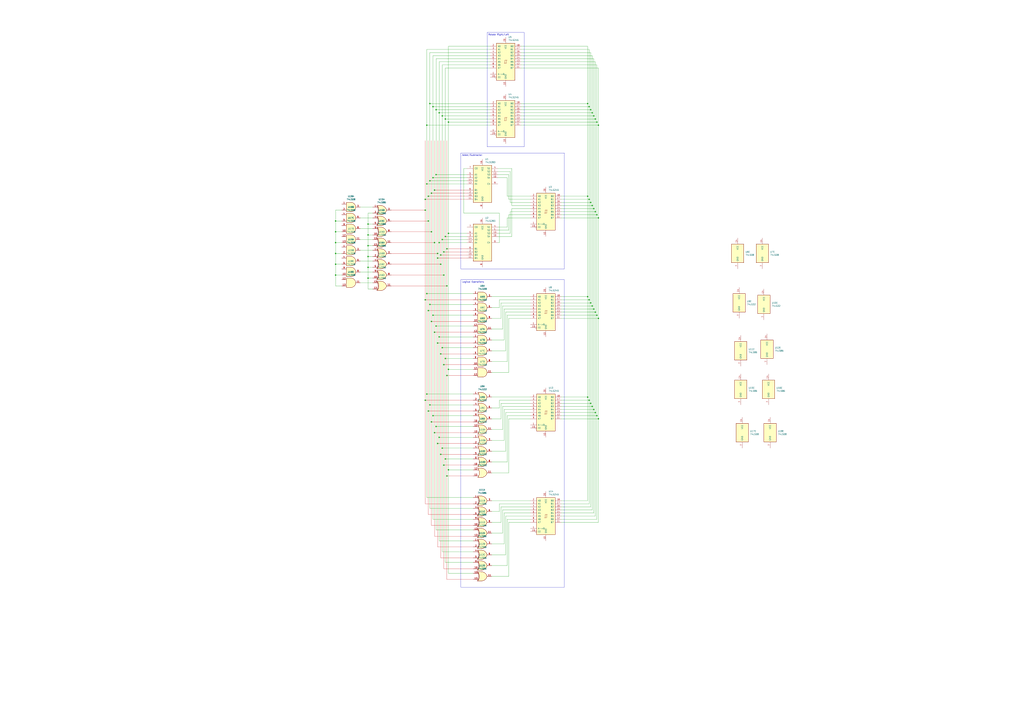
<source format=kicad_sch>
(kicad_sch (version 20231120) (generator "eeschema") (generator_version "8.0")
  (paper "A1")
  (junction (at 483.87 163.83))
  (junction (at 275.59 199.39))
  (junction (at 368.3 191.77))
  (junction (at 486.41 92.71))
  (junction (at 356.87 355.6))
  (junction (at 368.3 100.33))
  (junction (at 482.6 326.39))
  (junction (at 350.52 102.87))
  (junction (at 354.33 158.75))
  (junction (at 367.03 308.61))
  (junction (at 349.25 246.38))
  (junction (at 488.95 339.09))
  (junction (at 485.14 90.17))
  (junction (at 353.06 332.74))
  (junction (at 365.76 294.64))
  (junction (at 356.87 156.21))
  (junction (at 483.87 328.93))
  (junction (at 354.33 346.71))
  (junction (at 360.68 359.41))
  (junction (at 350.52 241.3))
  (junction (at 491.49 102.87))
  (junction (at 359.41 364.49))
  (junction (at 360.68 92.71))
  (junction (at 358.14 267.97))
  (junction (at 485.14 331.47))
  (junction (at 361.95 217.17))
  (junction (at 364.49 382.27))
  (junction (at 354.33 264.16))
  (junction (at 275.59 208.28))
  (junction (at 482.6 161.29))
  (junction (at 351.79 337.82))
  (junction (at 487.68 336.55))
  (junction (at 275.59 190.5))
  (junction (at 482.6 85.09))
  (junction (at 361.95 209.55))
  (junction (at 353.06 85.09))
  (junction (at 364.49 207.01))
  (junction (at 365.76 97.79))
  (junction (at 361.95 373.38))
  (junction (at 364.49 226.06))
  (junction (at 354.33 190.5))
  (junction (at 368.3 386.08))
  (junction (at 302.26 184.15))
  (junction (at 275.59 217.17))
  (junction (at 488.95 256.54))
  (junction (at 349.25 172.72))
  (junction (at 491.49 344.17))
  (junction (at 482.6 243.84))
  (junction (at 360.68 199.39))
  (junction (at 275.59 181.61))
  (junction (at 367.03 204.47))
  (junction (at 367.03 391.16))
  (junction (at 487.68 171.45))
  (junction (at 358.14 90.17))
  (junction (at 275.59 226.06))
  (junction (at 487.68 95.25))
  (junction (at 486.41 168.91))
  (junction (at 483.87 246.38))
  (junction (at 486.41 334.01))
  (junction (at 355.6 259.08))
  (junction (at 365.76 377.19))
  (junction (at 363.22 285.75))
  (junction (at 490.22 259.08))
  (junction (at 490.22 100.33))
  (junction (at 353.06 148.59))
  (junction (at 486.41 251.46))
  (junction (at 490.22 341.63))
  (junction (at 358.14 143.51))
  (junction (at 302.26 210.82))
  (junction (at 364.49 299.72))
  (junction (at 302.26 193.04))
  (junction (at 302.26 219.71))
  (junction (at 485.14 166.37))
  (junction (at 355.6 146.05))
  (junction (at 351.79 255.27))
  (junction (at 363.22 368.3))
  (junction (at 358.14 350.52))
  (junction (at 368.3 303.53))
  (junction (at 485.14 248.92))
  (junction (at 350.52 323.85))
  (junction (at 356.87 199.39))
  (junction (at 351.79 181.61))
  (junction (at 359.41 208.28))
  (junction (at 359.41 212.09))
  (junction (at 363.22 95.25))
  (junction (at 350.52 151.13))
  (junction (at 361.95 290.83))
  (junction (at 487.68 254))
  (junction (at 488.95 97.79))
  (junction (at 351.79 161.29))
  (junction (at 491.49 261.62))
  (junction (at 355.6 341.63))
  (junction (at 363.22 196.85))
  (junction (at 491.49 179.07))
  (junction (at 488.95 173.99))
  (junction (at 353.06 250.19))
  (junction (at 490.22 176.53))
  (junction (at 360.68 276.86))
  (junction (at 367.03 234.95))
  (junction (at 302.26 201.93))
  (junction (at 349.25 328.93))
  (junction (at 356.87 273.05))
  (junction (at 302.26 228.6))
  (junction (at 349.25 163.83))
  (junction (at 359.41 281.94))
  (junction (at 355.6 87.63))
  (junction (at 483.87 87.63))
  (junction (at 365.76 194.31))
  (wire (pts (xy 361.95 115.57) (xy 361.95 209.55)) (stroke (width 0) (color 194 0 0 1)))
  (wire (pts (xy 356.87 115.57) (xy 356.87 156.21)) (stroke (width 0) (color 194 0 0 1)))
  (wire (pts (xy 415.29 339.09) (xy 415.29 370.84)))
  (wire (pts (xy 408.94 194.31) (xy 420.37 194.31)))
  (wire (pts (xy 360.68 92.71) (xy 360.68 50.8)))
  (wire (pts (xy 383.54 194.31) (xy 365.76 194.31)))
  (wire (pts (xy 427.99 43.18) (xy 485.14 43.18)))
  (wire (pts (xy 321.31 199.39) (xy 356.87 199.39)) (stroke (width 0) (color 194 0 0 1)))
  (wire (pts (xy 365.76 377.19) (xy 365.76 462.28)))
  (wire (pts (xy 363.22 285.75) (xy 363.22 368.3)))
  (wire (pts (xy 295.91 232.41) (xy 306.07 232.41)))
  (wire (pts (xy 353.06 417.83) (xy 388.62 417.83)))
  (wire (pts (xy 388.62 308.61) (xy 367.03 308.61)) (stroke (width 0) (color 194 0 0 1)))
  (wire (pts (xy 355.6 87.63) (xy 402.59 87.63)))
  (wire (pts (xy 350.52 151.13) (xy 350.52 241.3)))
  (wire (pts (xy 427.99 85.09) (xy 482.6 85.09)))
  (wire (pts (xy 483.87 40.64) (xy 483.87 87.63)))
  (wire (pts (xy 461.01 176.53) (xy 490.22 176.53)))
  (wire (pts (xy 482.6 85.09) (xy 482.6 161.29)))
  (wire (pts (xy 435.61 261.62) (xy 417.83 261.62)))
  (wire (pts (xy 383.54 199.39) (xy 360.68 199.39)))
  (wire (pts (xy 490.22 259.08) (xy 461.01 259.08)))
  (wire (pts (xy 361.95 458.47) (xy 388.62 458.47)) (stroke (width 0) (color 194 0 0 1)))
  (wire (pts (xy 365.76 55.88) (xy 402.59 55.88)))
  (wire (pts (xy 383.54 196.85) (xy 363.22 196.85)))
  (wire (pts (xy 349.25 328.93) (xy 388.62 328.93)) (stroke (width 0) (color 194 0 0 1)))
  (wire (pts (xy 427.99 55.88) (xy 491.49 55.88)))
  (wire (pts (xy 302.26 219.71) (xy 302.26 228.6)))
  (wire (pts (xy 411.48 416.56) (xy 411.48 429.26)))
  (wire (pts (xy 363.22 95.25) (xy 363.22 196.85)))
  (wire (pts (xy 358.14 143.51) (xy 358.14 267.97)))
  (wire (pts (xy 403.86 326.39) (xy 435.61 326.39)))
  (wire (pts (xy 367.03 115.57) (xy 367.03 204.47)) (stroke (width 0) (color 194 0 0 1)))
  (wire (pts (xy 488.95 97.79) (xy 488.95 50.8)))
  (wire (pts (xy 349.25 172.72) (xy 349.25 246.38)) (stroke (width 0) (color 194 0 0 1)))
  (wire (pts (xy 280.67 208.28) (xy 275.59 208.28)))
  (wire (pts (xy 351.79 337.82) (xy 351.79 422.91)) (stroke (width 0) (color 194 0 0 1)))
  (wire (pts (xy 461.01 254) (xy 487.68 254)))
  (wire (pts (xy 461.01 168.91) (xy 486.41 168.91)))
  (wire (pts (xy 275.59 208.28) (xy 275.59 217.17)))
  (wire (pts (xy 417.83 344.17) (xy 417.83 388.62)))
  (wire (pts (xy 408.94 146.05) (xy 416.56 146.05)))
  (wire (pts (xy 383.54 204.47) (xy 367.03 204.47)) (stroke (width 0) (color 194 0 0 1)))
  (wire (pts (xy 388.62 303.53) (xy 368.3 303.53)))
  (wire (pts (xy 383.54 207.01) (xy 364.49 207.01)) (stroke (width 0) (color 194 0 0 1)))
  (wire (pts (xy 302.26 175.26) (xy 302.26 184.15)))
  (wire (pts (xy 415.29 288.29) (xy 403.86 288.29)))
  (wire (pts (xy 353.06 85.09) (xy 353.06 148.59)))
  (wire (pts (xy 416.56 186.69) (xy 416.56 179.07)))
  (wire (pts (xy 350.52 102.87) (xy 350.52 40.64)))
  (wire (pts (xy 485.14 331.47) (xy 485.14 416.56)))
  (wire (pts (xy 435.61 168.91) (xy 420.37 168.91)))
  (wire (pts (xy 403.86 297.18) (xy 416.56 297.18)))
  (wire (pts (xy 490.22 53.34) (xy 490.22 100.33)))
  (wire (pts (xy 416.56 464.82) (xy 416.56 426.72)))
  (wire (pts (xy 388.62 368.3) (xy 363.22 368.3)))
  (wire (pts (xy 351.79 422.91) (xy 388.62 422.91)) (stroke (width 0) (color 194 0 0 1)))
  (wire (pts (xy 483.87 40.64) (xy 427.99 40.64)))
  (wire (pts (xy 356.87 273.05) (xy 356.87 355.6)) (stroke (width 0) (color 194 0 0 1)))
  (wire (pts (xy 408.94 186.69) (xy 416.56 186.69)))
  (wire (pts (xy 408.94 189.23) (xy 417.83 189.23)))
  (wire (pts (xy 483.87 328.93) (xy 483.87 414.02)))
  (wire (pts (xy 490.22 426.72) (xy 461.01 426.72)))
  (wire (pts (xy 486.41 251.46) (xy 486.41 334.01)))
  (wire (pts (xy 363.22 95.25) (xy 402.59 95.25)))
  (wire (pts (xy 306.07 201.93) (xy 302.26 201.93)))
  (wire (pts (xy 435.61 429.26) (xy 417.83 429.26)))
  (wire (pts (xy 403.86 420.37) (xy 410.21 420.37)))
  (wire (pts (xy 403.86 335.28) (xy 410.21 335.28)))
  (wire (pts (xy 461.01 416.56) (xy 485.14 416.56)))
  (wire (pts (xy 321.31 190.5) (xy 354.33 190.5)) (stroke (width 0) (color 194 0 0 1)))
  (wire (pts (xy 302.26 193.04) (xy 302.26 201.93)))
  (wire (pts (xy 486.41 168.91) (xy 486.41 251.46)))
  (wire (pts (xy 402.59 48.26) (xy 358.14 48.26)))
  (wire (pts (xy 306.07 193.04) (xy 302.26 193.04)))
  (wire (pts (xy 388.62 471.17) (xy 368.3 471.17)))
  (wire (pts (xy 365.76 294.64) (xy 388.62 294.64)))
  (wire (pts (xy 351.79 161.29) (xy 351.79 181.61)) (stroke (width 0) (color 194 0 0 1)))
  (wire (pts (xy 306.07 237.49) (xy 302.26 237.49)))
  (wire (pts (xy 356.87 199.39) (xy 356.87 273.05)) (stroke (width 0) (color 194 0 0 1)))
  (wire (pts (xy 415.29 455.93) (xy 403.86 455.93)))
  (wire (pts (xy 461.01 421.64) (xy 487.68 421.64)))
  (wire (pts (xy 383.54 156.21) (xy 356.87 156.21)) (stroke (width 0) (color 194 0 0 1)))
  (wire (pts (xy 403.86 361.95) (xy 414.02 361.95)))
  (wire (pts (xy 488.95 339.09) (xy 488.95 424.18)))
  (wire (pts (xy 412.75 438.15) (xy 403.86 438.15)))
  (wire (pts (xy 491.49 344.17) (xy 491.49 429.26)))
  (wire (pts (xy 383.54 146.05) (xy 355.6 146.05)))
  (wire (pts (xy 355.6 87.63) (xy 355.6 45.72)))
  (wire (pts (xy 355.6 426.72) (xy 388.62 426.72)))
  (wire (pts (xy 461.01 261.62) (xy 491.49 261.62)))
  (wire (pts (xy 410.21 252.73) (xy 410.21 246.38)))
  (wire (pts (xy 461.01 344.17) (xy 491.49 344.17)))
  (wire (pts (xy 415.29 256.54) (xy 415.29 288.29)))
  (wire (pts (xy 416.56 161.29) (xy 435.61 161.29)))
  (wire (pts (xy 361.95 290.83) (xy 388.62 290.83)) (stroke (width 0) (color 194 0 0 1)))
  (wire (pts (xy 306.07 184.15) (xy 302.26 184.15)))
  (wire (pts (xy 491.49 102.87) (xy 491.49 179.07)))
  (wire (pts (xy 388.62 453.39) (xy 363.22 453.39)))
  (wire (pts (xy 417.83 429.26) (xy 417.83 473.71)))
  (wire (pts (xy 383.54 151.13) (xy 350.52 151.13)))
  (wire (pts (xy 349.25 414.02) (xy 388.62 414.02)) (stroke (width 0) (color 194 0 0 1)))
  (wire (pts (xy 351.79 181.61) (xy 351.79 255.27)) (stroke (width 0) (color 194 0 0 1)))
  (wire (pts (xy 321.31 172.72) (xy 349.25 172.72)) (stroke (width 0) (color 194 0 0 1)))
  (wire (pts (xy 408.94 143.51) (xy 417.83 143.51)))
  (wire (pts (xy 358.14 267.97) (xy 358.14 350.52)))
  (wire (pts (xy 461.01 424.18) (xy 488.95 424.18)))
  (wire (pts (xy 483.87 414.02) (xy 461.01 414.02)))
  (wire (pts (xy 361.95 217.17) (xy 361.95 290.83)) (stroke (width 0) (color 194 0 0 1)))
  (wire (pts (xy 487.68 48.26) (xy 487.68 95.25)))
  (wire (pts (xy 349.25 246.38) (xy 349.25 328.93)) (stroke (width 0) (color 194 0 0 1)))
  (wire (pts (xy 410.21 246.38) (xy 435.61 246.38)))
  (wire (pts (xy 487.68 171.45) (xy 487.68 254)))
  (wire (pts (xy 365.76 377.19) (xy 388.62 377.19)))
  (wire (pts (xy 295.91 223.52) (xy 306.07 223.52)))
  (wire (pts (xy 280.67 199.39) (xy 275.59 199.39)))
  (wire (pts (xy 491.49 55.88) (xy 491.49 102.87)))
  (wire (pts (xy 490.22 341.63) (xy 490.22 426.72)))
  (wire (pts (xy 355.6 146.05) (xy 355.6 259.08)))
  (wire (pts (xy 427.99 100.33) (xy 490.22 100.33)))
  (wire (pts (xy 483.87 328.93) (xy 461.01 328.93)))
  (wire (pts (xy 358.14 90.17) (xy 402.59 90.17)))
  (wire (pts (xy 461.01 161.29) (xy 482.6 161.29)))
  (wire (pts (xy 295.91 179.07) (xy 306.07 179.07)))
  (wire (pts (xy 353.06 148.59) (xy 353.06 250.19)))
  (wire (pts (xy 361.95 373.38) (xy 361.95 458.47)) (stroke (width 0) (color 194 0 0 1)))
  (wire (pts (xy 461.01 411.48) (xy 482.6 411.48)))
  (wire (pts (xy 414.02 336.55) (xy 435.61 336.55)))
  (wire (pts (xy 461.01 166.37) (xy 485.14 166.37)))
  (wire (pts (xy 360.68 276.86) (xy 360.68 359.41)))
  (wire (pts (xy 417.83 176.53) (xy 435.61 176.53)))
  (wire (pts (xy 360.68 276.86) (xy 388.62 276.86)))
  (wire (pts (xy 353.06 250.19) (xy 388.62 250.19)))
  (wire (pts (xy 359.41 115.57) (xy 359.41 208.28)) (stroke (width 0) (color 194 0 0 1)))
  (wire (pts (xy 363.22 368.3) (xy 363.22 453.39)))
  (wire (pts (xy 354.33 190.5) (xy 354.33 264.16)) (stroke (width 0) (color 194 0 0 1)))
  (wire (pts (xy 402.59 97.79) (xy 365.76 97.79)))
  (wire (pts (xy 488.95 50.8) (xy 427.99 50.8)))
  (wire (pts (xy 353.06 43.18) (xy 353.06 85.09)))
  (wire (pts (xy 355.6 341.63) (xy 355.6 426.72)))
  (wire (pts (xy 295.91 170.18) (xy 306.07 170.18)))
  (wire (pts (xy 367.03 308.61) (xy 367.03 234.95)) (stroke (width 0) (color 194 0 0 1)))
  (wire (pts (xy 383.54 163.83) (xy 349.25 163.83)) (stroke (width 0) (color 194 0 0 1)))
  (wire (pts (xy 417.83 143.51) (xy 417.83 163.83)))
  (wire (pts (xy 483.87 87.63) (xy 483.87 163.83)))
  (wire (pts (xy 435.61 424.18) (xy 415.29 424.18)))
  (wire (pts (xy 383.54 161.29) (xy 351.79 161.29)) (stroke (width 0) (color 194 0 0 1)))
  (wire (pts (xy 403.86 464.82) (xy 416.56 464.82)))
  (wire (pts (xy 350.52 241.3) (xy 388.62 241.3)))
  (wire (pts (xy 358.14 267.97) (xy 388.62 267.97)))
  (wire (pts (xy 487.68 95.25) (xy 487.68 171.45)))
  (wire (pts (xy 461.01 163.83) (xy 483.87 163.83)))
  (wire (pts (xy 381 175.26) (xy 410.21 175.26)))
  (wire (pts (xy 367.03 476.25) (xy 388.62 476.25)) (stroke (width 0) (color 194 0 0 1)))
  (wire (pts (xy 360.68 359.41) (xy 360.68 444.5)))
  (wire (pts (xy 486.41 334.01) (xy 486.41 419.1)))
  (wire (pts (xy 321.31 181.61) (xy 351.79 181.61)) (stroke (width 0) (color 194 0 0 1)))
  (wire (pts (xy 302.26 201.93) (xy 302.26 210.82)))
  (wire (pts (xy 485.14 90.17) (xy 485.14 166.37)))
  (wire (pts (xy 408.94 140.97) (xy 419.1 140.97)))
  (wire (pts (xy 403.86 447.04) (xy 414.02 447.04)))
  (wire (pts (xy 420.37 138.43) (xy 408.94 138.43)))
  (wire (pts (xy 403.86 243.84) (xy 435.61 243.84)))
  (wire (pts (xy 412.75 353.06) (xy 403.86 353.06)))
  (wire (pts (xy 486.41 419.1) (xy 461.01 419.1)))
  (wire (pts (xy 414.02 447.04) (xy 414.02 421.64)))
  (wire (pts (xy 360.68 359.41) (xy 388.62 359.41)))
  (wire (pts (xy 485.14 166.37) (xy 485.14 248.92)))
  (wire (pts (xy 416.56 179.07) (xy 435.61 179.07)))
  (wire (pts (xy 435.61 416.56) (xy 411.48 416.56)))
  (wire (pts (xy 350.52 102.87) (xy 350.52 151.13)))
  (wire (pts (xy 306.07 175.26) (xy 302.26 175.26)))
  (wire (pts (xy 435.61 334.01) (xy 412.75 334.01)))
  (wire (pts (xy 280.67 190.5) (xy 275.59 190.5)))
  (wire (pts (xy 410.21 175.26) (xy 410.21 199.39)))
  (wire (pts (xy 482.6 326.39) (xy 482.6 411.48)))
  (wire (pts (xy 365.76 462.28) (xy 388.62 462.28)))
  (wire (pts (xy 419.1 173.99) (xy 419.1 191.77)))
  (wire (pts (xy 364.49 382.27) (xy 364.49 467.36)) (stroke (width 0) (color 194 0 0 1)))
  (wire (pts (xy 461.01 326.39) (xy 482.6 326.39)))
  (wire (pts (xy 427.99 102.87) (xy 491.49 102.87)))
  (wire (pts (xy 356.87 440.69) (xy 388.62 440.69)) (stroke (width 0) (color 194 0 0 1)))
  (wire (pts (xy 419.1 191.77) (xy 408.94 191.77)))
  (wire (pts (xy 367.03 234.95) (xy 367.03 204.47)) (stroke (width 0) (color 194 0 0 1)))
  (wire (pts (xy 275.59 172.72) (xy 275.59 181.61)))
  (wire (pts (xy 363.22 285.75) (xy 363.22 196.85)))
  (wire (pts (xy 353.06 332.74) (xy 388.62 332.74)))
  (wire (pts (xy 414.02 421.64) (xy 435.61 421.64)))
  (wire (pts (xy 485.14 248.92) (xy 485.14 331.47)))
  (wire (pts (xy 483.87 163.83) (xy 483.87 246.38)))
  (wire (pts (xy 461.01 171.45) (xy 487.68 171.45)))
  (wire (pts (xy 356.87 355.6) (xy 388.62 355.6)) (stroke (width 0) (color 194 0 0 1)))
  (wire (pts (xy 321.31 234.95) (xy 367.03 234.95)) (stroke (width 0) (color 194 0 0 1)))
  (wire (pts (xy 435.61 419.1) (xy 412.75 419.1)))
  (wire (pts (xy 419.1 140.97) (xy 419.1 166.37)))
  (wire (pts (xy 280.67 217.17) (xy 275.59 217.17)))
  (wire (pts (xy 365.76 194.31) (xy 365.76 294.64)))
  (wire (pts (xy 354.33 431.8) (xy 388.62 431.8)) (stroke (width 0) (color 194 0 0 1)))
  (wire (pts (xy 461.01 429.26) (xy 491.49 429.26)))
  (wire (pts (xy 351.79 337.82) (xy 388.62 337.82)) (stroke (width 0) (color 194 0 0 1)))
  (wire (pts (xy 368.3 100.33) (xy 368.3 38.1)))
  (wire (pts (xy 351.79 255.27) (xy 388.62 255.27)) (stroke (width 0) (color 194 0 0 1)))
  (wire (pts (xy 427.99 53.34) (xy 490.22 53.34)))
  (wire (pts (xy 412.75 251.46) (xy 412.75 270.51)))
  (wire (pts (xy 359.41 281.94) (xy 359.41 364.49)) (stroke (width 0) (color 194 0 0 1)))
  (wire (pts (xy 360.68 444.5) (xy 388.62 444.5)))
  (wire (pts (xy 356.87 273.05) (xy 388.62 273.05)) (stroke (width 0) (color 194 0 0 1)))
  (wire (pts (xy 427.99 48.26) (xy 487.68 48.26)))
  (wire (pts (xy 365.76 97.79) (xy 365.76 194.31)))
  (wire (pts (xy 420.37 168.91) (xy 420.37 138.43)))
  (wire (pts (xy 414.02 361.95) (xy 414.02 336.55)))
  (wire (pts (xy 354.33 264.16) (xy 354.33 346.71)) (stroke (width 0) (color 194 0 0 1)))
  (wire (pts (xy 491.49 261.62) (xy 491.49 344.17)))
  (wire (pts (xy 403.86 252.73) (xy 410.21 252.73)))
  (wire (pts (xy 275.59 226.06) (xy 280.67 226.06)))
  (wire (pts (xy 486.41 334.01) (xy 461.01 334.01)))
  (wire (pts (xy 321.31 208.28) (xy 359.41 208.28)) (stroke (width 0) (color 194 0 0 1)))
  (wire (pts (xy 383.54 212.09) (xy 359.41 212.09)) (stroke (width 0) (color 194 0 0 1)))
  (wire (pts (xy 490.22 100.33) (xy 490.22 176.53)))
  (wire (pts (xy 350.52 408.94) (xy 388.62 408.94)))
  (wire (pts (xy 354.33 158.75) (xy 354.33 190.5)) (stroke (width 0) (color 194 0 0 1)))
  (wire (pts (xy 359.41 281.94) (xy 388.62 281.94)) (stroke (width 0) (color 194 0 0 1)))
  (wire (pts (xy 358.14 350.52) (xy 358.14 435.61)))
  (wire (pts (xy 368.3 100.33) (xy 368.3 191.77)))
  (wire (pts (xy 417.83 388.62) (xy 403.86 388.62)))
  (wire (pts (xy 354.33 264.16) (xy 388.62 264.16)) (stroke (width 0) (color 194 0 0 1)))
  (wire (pts (xy 354.33 115.57) (xy 354.33 158.75)) (stroke (width 0) (color 194 0 0 1)))
  (wire (pts (xy 461.01 179.07) (xy 491.49 179.07)))
  (wire (pts (xy 359.41 364.49) (xy 359.41 449.58)) (stroke (width 0) (color 194 0 0 1)))
  (wire (pts (xy 360.68 199.39) (xy 360.68 276.86)))
  (wire (pts (xy 486.41 45.72) (xy 486.41 92.71)))
  (wire (pts (xy 420.37 171.45) (xy 435.61 171.45)))
  (wire (pts (xy 359.41 364.49) (xy 388.62 364.49)) (stroke (width 0) (color 194 0 0 1)))
  (wire (pts (xy 363.22 53.34) (xy 363.22 95.25)))
  (wire (pts (xy 388.62 285.75) (xy 363.22 285.75)))
  (wire (pts (xy 483.87 246.38) (xy 461.01 246.38)))
  (wire (pts (xy 358.14 143.51) (xy 383.54 143.51)))
  (wire (pts (xy 358.14 90.17) (xy 358.14 143.51)))
  (wire (pts (xy 359.41 212.09) (xy 359.41 281.94)) (stroke (width 0) (color 194 0 0 1)))
  (wire (pts (xy 383.54 148.59) (xy 353.06 148.59)))
  (wire (pts (xy 295.91 205.74) (xy 306.07 205.74)))
  (wire (pts (xy 358.14 48.26) (xy 358.14 90.17)))
  (wire (pts (xy 302.26 210.82) (xy 302.26 219.71)))
  (wire (pts (xy 488.95 173.99) (xy 488.95 256.54)))
  (wire (pts (xy 416.56 297.18) (xy 416.56 259.08)))
  (wire (pts (xy 349.25 163.83) (xy 349.25 172.72)) (stroke (width 0) (color 194 0 0 1)))
  (wire (pts (xy 295.91 214.63) (xy 306.07 214.63)))
  (wire (pts (xy 410.21 420.37) (xy 410.21 414.02)))
  (wire (pts (xy 275.59 217.17) (xy 275.59 226.06)))
  (wire (pts (xy 275.59 181.61) (xy 275.59 190.5)))
  (wire (pts (xy 349.25 328.93) (xy 349.25 414.02)) (stroke (width 0) (color 194 0 0 1)))
  (wire (pts (xy 360.68 50.8) (xy 402.59 50.8)))
  (wire (pts (xy 403.86 379.73) (xy 416.56 379.73)))
  (wire (pts (xy 383.54 191.77) (xy 368.3 191.77)))
  (wire (pts (xy 485.14 43.18) (xy 485.14 90.17)))
  (wire (pts (xy 410.21 414.02) (xy 435.61 414.02)))
  (wire (pts (xy 358.14 435.61) (xy 388.62 435.61)))
  (wire (pts (xy 306.07 228.6) (xy 302.26 228.6)))
  (wire (pts (xy 368.3 100.33) (xy 402.59 100.33)))
  (wire (pts (xy 402.59 43.18) (xy 353.06 43.18)))
  (wire (pts (xy 414.02 279.4) (xy 414.02 254)))
  (wire (pts (xy 416.56 426.72) (xy 435.61 426.72)))
  (wire (pts (xy 410.21 328.93) (xy 435.61 328.93)))
  (wire (pts (xy 359.41 449.58) (xy 388.62 449.58)) (stroke (width 0) (color 194 0 0 1)))
  (wire (pts (xy 275.59 226.06) (xy 275.59 234.95)))
  (wire (pts (xy 350.52 102.87) (xy 402.59 102.87)))
  (wire (pts (xy 350.52 241.3) (xy 350.52 323.85)))
  (wire (pts (xy 461.01 339.09) (xy 488.95 339.09)))
  (wire (pts (xy 365.76 294.64) (xy 365.76 377.19)))
  (wire (pts (xy 368.3 303.53) (xy 368.3 191.77)))
  (wire (pts (xy 487.68 336.55) (xy 487.68 421.64)))
  (wire (pts (xy 280.67 172.72) (xy 275.59 172.72)))
  (wire (pts (xy 361.95 290.83) (xy 361.95 373.38)) (stroke (width 0) (color 194 0 0 1)))
  (wire (pts (xy 354.33 346.71) (xy 388.62 346.71)) (stroke (width 0) (color 194 0 0 1)))
  (wire (pts (xy 482.6 161.29) (xy 482.6 243.84)))
  (wire (pts (xy 351.79 115.57) (xy 351.79 161.29)) (stroke (width 0) (color 194 0 0 1)))
  (wire (pts (xy 435.61 331.47) (xy 411.48 331.47)))
  (wire (pts (xy 486.41 92.71) (xy 486.41 168.91)))
  (wire (pts (xy 411.48 261.62) (xy 403.86 261.62)))
  (wire (pts (xy 306.07 210.82) (xy 302.26 210.82)))
  (wire (pts (xy 490.22 341.63) (xy 461.01 341.63)))
  (wire (pts (xy 412.75 419.1) (xy 412.75 438.15)))
  (wire (pts (xy 295.91 196.85) (xy 306.07 196.85)))
  (wire (pts (xy 358.14 350.52) (xy 388.62 350.52)))
  (wire (pts (xy 349.25 246.38) (xy 388.62 246.38)) (stroke (width 0) (color 194 0 0 1)))
  (wire (pts (xy 364.49 299.72) (xy 364.49 382.27)) (stroke (width 0) (color 194 0 0 1)))
  (wire (pts (xy 364.49 226.06) (xy 364.49 299.72)) (stroke (width 0) (color 194 0 0 1)))
  (wire (pts (xy 482.6 85.09) (xy 482.6 38.1)))
  (wire (pts (xy 416.56 341.63) (xy 435.61 341.63)))
  (wire (pts (xy 364.49 299.72) (xy 388.62 299.72)) (stroke (width 0) (color 194 0 0 1)))
  (wire (pts (xy 364.49 207.01) (xy 364.49 226.06)) (stroke (width 0) (color 194 0 0 1)))
  (wire (pts (xy 368.3 38.1) (xy 402.59 38.1)))
  (wire (pts (xy 461.01 243.84) (xy 482.6 243.84)))
  (wire (pts (xy 364.49 382.27) (xy 388.62 382.27)) (stroke (width 0) (color 194 0 0 1)))
  (wire (pts (xy 355.6 259.08) (xy 355.6 341.63)))
  (wire (pts (xy 490.22 259.08) (xy 490.22 341.63)))
  (wire (pts (xy 412.75 270.51) (xy 403.86 270.51)))
  (wire (pts (xy 410.21 199.39) (xy 408.94 199.39)))
  (wire (pts (xy 275.59 199.39) (xy 275.59 208.28)))
  (wire (pts (xy 354.33 431.8) (xy 354.33 346.71)) (stroke (width 0) (color 194 0 0 1)))
  (wire (pts (xy 364.49 467.36) (xy 388.62 467.36)) (stroke (width 0) (color 194 0 0 1)))
  (wire (pts (xy 417.83 189.23) (xy 417.83 176.53)))
  (wire (pts (xy 364.49 115.57) (xy 364.49 207.01)) (stroke (width 0) (color 194 0 0 1)))
  (wire (pts (xy 368.3 303.53) (xy 368.3 386.08)))
  (wire (pts (xy 383.54 209.55) (xy 361.95 209.55)) (stroke (width 0) (color 194 0 0 1)))
  (wire (pts (xy 482.6 243.84) (xy 482.6 326.39)))
  (wire (pts (xy 435.61 256.54) (xy 415.29 256.54)))
  (wire (pts (xy 355.6 45.72) (xy 402.59 45.72)))
  (wire (pts (xy 416.56 379.73) (xy 416.56 341.63)))
  (wire (pts (xy 356.87 156.21) (xy 356.87 199.39)) (stroke (width 0) (color 194 0 0 1)))
  (wire (pts (xy 353.06 250.19) (xy 353.06 332.74)))
  (wire (pts (xy 415.29 370.84) (xy 403.86 370.84)))
  (wire (pts (xy 355.6 259.08) (xy 388.62 259.08)))
  (wire (pts (xy 359.41 208.28) (xy 359.41 212.09)) (stroke (width 0) (color 194 0 0 1)))
  (wire (pts (xy 412.75 334.01) (xy 412.75 353.06)))
  (wire (pts (xy 411.48 248.92) (xy 411.48 261.62)))
  (wire (pts (xy 367.03 391.16) (xy 367.03 476.25)) (stroke (width 0) (color 194 0 0 1)))
  (wire (pts (xy 349.25 115.57) (xy 349.25 163.83)) (stroke (width 0) (color 194 0 0 1)))
  (wire (pts (xy 388.62 386.08) (xy 368.3 386.08)))
  (wire (pts (xy 419.1 166.37) (xy 435.61 166.37)))
  (wire (pts (xy 417.83 473.71) (xy 403.86 473.71)))
  (wire (pts (xy 427.99 97.79) (xy 488.95 97.79)))
  (wire (pts (xy 411.48 344.17) (xy 403.86 344.17)))
  (wire (pts (xy 403.86 411.48) (xy 435.61 411.48)))
  (wire (pts (xy 411.48 429.26) (xy 403.86 429.26)))
  (wire (pts (xy 417.83 306.07) (xy 403.86 306.07)))
  (wire (pts (xy 351.79 255.27) (xy 351.79 337.82)) (stroke (width 0) (color 194 0 0 1)))
  (wire (pts (xy 420.37 194.31) (xy 420.37 171.45)))
  (wire (pts (xy 403.86 279.4) (xy 414.02 279.4)))
  (wire (pts (xy 488.95 256.54) (xy 488.95 339.09)))
  (wire (pts (xy 417.83 163.83) (xy 435.61 163.83)))
  (wire (pts (xy 367.03 391.16) (xy 388.62 391.16)) (stroke (width 0) (color 194 0 0 1)))
  (wire (pts (xy 381 175.26) (xy 381 138.43)))
  (wire (pts (xy 410.21 335.28) (xy 410.21 328.93)))
  (wire (pts (xy 356.87 355.6) (xy 356.87 440.69)) (stroke (width 0) (color 194 0 0 1)))
  (wire (pts (xy 427.99 95.25) (xy 487.68 95.25)))
  (wire (pts (xy 417.83 261.62) (xy 417.83 306.07)))
  (wire (pts (xy 381 138.43) (xy 383.54 138.43)))
  (wire (pts (xy 427.99 92.71) (xy 486.41 92.71)))
  (wire (pts (xy 350.52 323.85) (xy 388.62 323.85)))
  (wire (pts (xy 487.68 254) (xy 487.68 336.55)))
  (wire (pts (xy 461.01 256.54) (xy 488.95 256.54)))
  (wire (pts (xy 275.59 234.95) (xy 280.67 234.95)))
  (wire (pts (xy 350.52 40.64) (xy 402.59 40.64)))
  (wire (pts (xy 295.91 187.96) (xy 306.07 187.96)))
  (wire (pts (xy 435.61 339.09) (xy 415.29 339.09)))
  (wire (pts (xy 491.49 179.07) (xy 491.49 261.62)))
  (wire (pts (xy 435.61 248.92) (xy 411.48 248.92)))
  (wire (pts (xy 302.26 184.15) (xy 302.26 193.04)))
  (wire (pts (xy 355.6 87.63) (xy 355.6 146.05)))
  (wire (pts (xy 416.56 161.29) (xy 416.56 146.05)))
  (wire (pts (xy 427.99 90.17) (xy 485.14 90.17)))
  (wire (pts (xy 402.59 85.09) (xy 353.06 85.09)))
  (wire (pts (xy 435.61 173.99) (xy 419.1 173.99)))
  (wire (pts (xy 368.3 386.08) (xy 368.3 471.17)))
  (wire (pts (xy 415.29 424.18) (xy 415.29 455.93)))
  (wire (pts (xy 427.99 87.63) (xy 483.87 87.63)))
  (wire (pts (xy 350.52 323.85) (xy 350.52 408.94)))
  (wire (pts (xy 461.01 331.47) (xy 485.14 331.47)))
  (wire (pts (xy 488.95 97.79) (xy 488.95 173.99)))
  (wire (pts (xy 427.99 45.72) (xy 486.41 45.72)))
  (wire (pts (xy 321.31 226.06) (xy 364.49 226.06)) (stroke (width 0) (color 194 0 0 1)))
  (wire (pts (xy 355.6 341.63) (xy 388.62 341.63)))
  (wire (pts (xy 360.68 92.71) (xy 360.68 199.39)))
  (wire (pts (xy 306.07 219.71) (xy 302.26 219.71)))
  (wire (pts (xy 302.26 228.6) (xy 302.26 237.49)))
  (wire (pts (xy 275.59 190.5) (xy 275.59 199.39)))
  (wire (pts (xy 486.41 251.46) (xy 461.01 251.46)))
  (wire (pts (xy 482.6 38.1) (xy 427.99 38.1)))
  (wire (pts (xy 416.56 259.08) (xy 435.61 259.08)))
  (wire (pts (xy 435.61 344.17) (xy 417.83 344.17)))
  (wire (pts (xy 461.01 336.55) (xy 487.68 336.55)))
  (wire (pts (xy 361.95 373.38) (xy 388.62 373.38)) (stroke (width 0) (color 194 0 0 1)))
  (wire (pts (xy 383.54 158.75) (xy 354.33 158.75)) (stroke (width 0) (color 194 0 0 1)))
  (wire (pts (xy 361.95 209.55) (xy 361.95 217.17)) (stroke (width 0) (color 194 0 0 1)))
  (wire (pts (xy 402.59 53.34) (xy 363.22 53.34)))
  (wire (pts (xy 321.31 217.17) (xy 361.95 217.17)) (stroke (width 0) (color 194 0 0 1)))
  (wire (pts (xy 367.03 391.16) (xy 367.03 308.61)) (stroke (width 0) (color 194 0 0 1)))
  (wire (pts (xy 365.76 97.79) (xy 365.76 55.88)))
  (wire (pts (xy 353.06 332.74) (xy 353.06 417.83)))
  (wire (pts (xy 411.48 331.47) (xy 411.48 344.17)))
  (wire (pts (xy 461.01 173.99) (xy 488.95 173.99)))
  (wire (pts (xy 483.87 246.38) (xy 483.87 328.93)))
  (wire (pts (xy 360.68 92.71) (xy 402.59 92.71)))
  (wire (pts (xy 461.01 248.92) (xy 485.14 248.92)))
  (wire (pts (xy 490.22 176.53) (xy 490.22 259.08)))
  (wire (pts (xy 414.02 254) (xy 435.61 254)))
  (wire (pts (xy 435.61 251.46) (xy 412.75 251.46)))
  (wire (pts (xy 280.67 181.61) (xy 275.59 181.61)))
  (text_box "Adder/Subtractor" (at 378.46 125.73 0) (size 85.09 95.25) (effects (font (size 1.27 1.27)) (justify left top)))
  (text_box "Logical Operations\n" (at 378.46 229.87 0) (size 85.09 252.73) (effects (font (size 1.27 1.27)) (justify left top)))
  (text_box "Rotate Right/Left" (at 400.05 26.67 0) (size 30.48 93.98) (effects (font (size 1.27 1.27)) (justify left top)))
  (symbol (lib_id "74xx:74LS08") (at 396.24 279.4 0) (unit 1)
    (property "Reference" "U7" (at 396.2317 270.51 0))
    (property "Value" "74LS08" (at 396.2317 273.05 0))
    (property "Datasheet" "http://www.ti.com/lit/gpn/sn74LS08" (effects (hide yes)))
    (property "Description" "Quad And2" (effects (hide yes)))
  )
  (symbol (lib_id "74xx:74LS86") (at 313.69 181.61 0) (unit 2)
    (property "Reference" "U15" (at 313.3852 172.72 0))
    (property "Value" "74LS86" (at 313.3852 175.26 0))
    (property "Footprint" "Package_DIP:DIP-14_W7.62mm_Socket_LongPads" (effects (hide yes)))
    (property "Datasheet" "74xx/74ls86.pdf" (effects (hide yes)))
    (property "Description" "Quad 2-input XOR" (effects (hide yes)))
  )
  (symbol (lib_id "74xx:74LS86") (at 396.24 438.15 0) (unit 4)
    (property "Reference" "U11" (at 395.9352 429.26 0))
    (property "Value" "74LS86" (at 395.9352 431.8 0))
    (property "Footprint" "Package_DIP:DIP-14_W7.62mm_Socket_LongPads" (effects (hide yes)))
    (property "Datasheet" "74xx/74ls86.pdf" (effects (hide yes)))
    (property "Description" "Quad 2-input XOR" (effects (hide yes)))
  )
  (symbol (lib_id "74xx:74LS86") (at 313.69 199.39 0) (unit 4)
    (property "Reference" "U15" (at 313.3852 190.5 0))
    (property "Value" "74LS86" (at 313.3852 193.04 0))
    (property "Footprint" "Package_DIP:DIP-14_W7.62mm_Socket_LongPads" (effects (hide yes)))
    (property "Datasheet" "74xx/74ls86.pdf" (effects (hide yes)))
    (property "Description" "Quad 2-input XOR" (effects (hide yes)))
  )
  (symbol (lib_id "74xx:74LS245") (at 448.31 339.09 0) (unit 1)
    (property "Reference" "U13" (at 450.5041 318.77 0) (effects (justify left)))
    (property "Value" "74LS245" (at 450.5041 321.31 0) (effects (justify left)))
    (property "Footprint" "Package_DIP:DIP-20_W7.62mm_Socket_LongPads" (effects (hide yes)))
    (property "Datasheet" "http://www.ti.com/lit/gpn/sn74LS245" (effects (hide yes)))
    (property "Description" "Octal BUS Transceivers, 3-State outputs" (effects (hide yes)))
  )
  (symbol (lib_id "74xx:74LS08") (at 626.11 208.28 0) (unit 5)
    (property "Reference" "U7" (at 632.46 207.0099 0) (effects (justify left)))
    (property "Value" "74LS08" (at 632.46 209.5499 0) (effects (justify left)))
    (property "Datasheet" "http://www.ti.com/lit/gpn/sn74LS08" (effects (hide yes)))
    (property "Description" "Quad And2" (effects (hide yes)))
  )
  (symbol (lib_id "74xx:74LS32") (at 396.24 344.17 0) (unit 3)
    (property "Reference" "U9" (at 396.24 335.28 0))
    (property "Value" "74LS32" (at 396.24 337.82 0))
    (property "Footprint" "Package_DIP:DIP-14_W7.62mm_Socket_LongPads" (effects (hide yes)))
    (property "Datasheet" "http://www.ti.com/lit/gpn/sn74LS32" (effects (hide yes)))
    (property "Description" "Quad 2-input OR" (effects (hide yes)))
  )
  (symbol (lib_id "74xx:74LS86") (at 313.69 217.17 0) (unit 2)
    (property "Reference" "U16" (at 313.3852 208.28 0))
    (property "Value" "74LS86" (at 313.3852 210.82 0))
    (property "Datasheet" "74xx/74ls86.pdf" (effects (hide yes)))
    (property "Description" "Quad 2-input XOR" (effects (hide yes)))
  )
  (symbol (lib_id "74xx:74LS08") (at 605.79 208.28 0) (unit 5)
    (property "Reference" "U6" (at 612.14 207.0099 0) (effects (justify left)))
    (property "Value" "74LS08" (at 612.14 209.5499 0) (effects (justify left)))
    (property "Footprint" "Package_DIP:DIP-14_W7.62mm_Socket_LongPads" (effects (hide yes)))
    (property "Datasheet" "http://www.ti.com/lit/gpn/sn74LS08" (effects (hide yes)))
    (property "Description" "Quad And2" (effects (hide yes)))
  )
  (symbol (lib_id "74xx:74LS08") (at 609.6 355.6 0) (unit 5)
    (property "Reference" "U17" (at 615.95 354.3299 0) (effects (justify left)))
    (property "Value" "74LS08" (at 615.95 356.8699 0) (effects (justify left)))
    (property "Datasheet" "http://www.ti.com/lit/gpn/sn74LS08" (effects (hide yes)))
    (property "Description" "Quad And2" (effects (hide yes)))
  )
  (symbol (lib_id "74xx:74LS283") (at 396.24 151.13 0) (unit 1)
    (property "Reference" "U1" (at 398.4341 130.81 0) (effects (justify left)))
    (property "Value" "74LS283" (at 398.4341 133.35 0) (effects (justify left)))
    (property "Footprint" "Package_DIP:DIP-16_W7.62mm_Socket_LongPads" (effects (hide yes)))
    (property "Datasheet" "http://www.ti.com/lit/gpn/sn74LS283" (effects (hide yes)))
    (property "Description" "4-bit full Adder" (effects (hide yes)))
  )
  (symbol (lib_id "74xx:74LS08") (at 288.29 223.52 0) (unit 3)
    (property "Reference" "U18" (at 288.2817 214.63 0))
    (property "Value" "74LS08" (at 288.2817 217.17 0))
    (property "Footprint" "Package_DIP:DIP-14_W7.62mm_Socket_LongPads" (effects (hide yes)))
    (property "Datasheet" "http://www.ti.com/lit/gpn/sn74LS08" (effects (hide yes)))
    (property "Description" "Quad And2" (effects (hide yes)))
  )
  (symbol (lib_id "74xx:74LS08") (at 396.24 288.29 0) (unit 2)
    (property "Reference" "U7" (at 396.2317 279.4 0))
    (property "Value" "74LS08" (at 396.2317 281.94 0))
    (property "Datasheet" "http://www.ti.com/lit/gpn/sn74LS08" (effects (hide yes)))
    (property "Description" "Quad And2" (effects (hide yes)))
  )
  (symbol (lib_id "74xx:74LS245") (at 448.31 173.99 0) (unit 1)
    (property "Reference" "U3" (at 450.5041 153.67 0) (effects (justify left)))
    (property "Value" "74LS245" (at 450.5041 156.21 0) (effects (justify left)))
    (property "Footprint" "Package_DIP:DIP-20_W7.62mm_Socket_LongPads" (effects (hide yes)))
    (property "Datasheet" "http://www.ti.com/lit/gpn/sn74LS245" (effects (hide yes)))
    (property "Description" "Octal BUS Transceivers, 3-State outputs" (effects (hide yes)))
  )
  (symbol (lib_id "74xx:74LS245") (at 415.29 50.8 0) (unit 1)
    (property "Reference" "U5" (at 417.4841 30.48 0) (effects (justify left)))
    (property "Value" "74LS245" (at 417.4841 33.02 0) (effects (justify left)))
    (property "Footprint" "Package_DIP:DIP-20_W7.62mm_Socket_LongPads" (effects (hide yes)))
    (property "Datasheet" "http://www.ti.com/lit/gpn/sn74LS245" (effects (hide yes)))
    (property "Description" "Octal BUS Transceivers, 3-State outputs" (effects (hide yes)))
  )
  (symbol (lib_id "74xx:74LS86") (at 631.19 320.04 0) (unit 5)
    (property "Reference" "U16" (at 637.54 318.7699 0) (effects (justify left)))
    (property "Value" "74LS86" (at 637.54 321.3099 0) (effects (justify left)))
    (property "Datasheet" "74xx/74ls86.pdf" (effects (hide yes)))
    (property "Description" "Quad 2-input XOR" (effects (hide yes)))
  )
  (symbol (lib_id "74xx:74LS86") (at 396.24 473.71 0) (unit 4)
    (property "Reference" "U12" (at 395.9352 464.82 0))
    (property "Value" "74LS86" (at 395.9352 467.36 0))
    (property "Datasheet" "74xx/74ls86.pdf" (effects (hide yes)))
    (property "Description" "Quad 2-input XOR" (effects (hide yes)))
  )
  (symbol (lib_id "74xx:74LS08") (at 288.29 179.07 0) (unit 2)
    (property "Reference" "U18" (at 288.2817 170.18 0))
    (property "Value" "74LS08" (at 288.2817 172.72 0))
    (property "Datasheet" "http://www.ti.com/lit/gpn/sn74LS08" (effects (hide yes)))
    (property "Description" "Quad And2" (effects (hide yes)))
  )
  (symbol (lib_id "74xx:74LS08") (at 288.29 196.85 0) (unit 4)
    (property "Reference" "U17" (at 288.2817 187.96 0))
    (property "Value" "74LS08" (at 288.2817 190.5 0))
    (property "Datasheet" "http://www.ti.com/lit/gpn/sn74LS08" (effects (hide yes)))
    (property "Description" "Quad And2" (effects (hide yes)))
  )
  (symbol (lib_id "74xx:74LS86") (at 396.24 429.26 0) (unit 3)
    (property "Reference" "U11" (at 395.9352 420.37 0))
    (property "Value" "74LS86" (at 395.9352 422.91 0))
    (property "Footprint" "Package_DIP:DIP-14_W7.62mm_Socket_LongPads" (effects (hide yes)))
    (property "Datasheet" "74xx/74ls86.pdf" (effects (hide yes)))
    (property "Description" "Quad 2-input XOR" (effects (hide yes)))
  )
  (symbol (lib_id "74xx:74LS86") (at 396.24 447.04 0) (unit 1)
    (property "Reference" "U12" (at 395.9352 438.15 0))
    (property "Value" "74LS86" (at 395.9352 440.69 0))
    (property "Datasheet" "74xx/74ls86.pdf" (effects (hide yes)))
    (property "Description" "Quad 2-input XOR" (effects (hide yes)))
  )
  (symbol (lib_id "74xx:74LS32") (at 396.24 353.06 0) (unit 4)
    (property "Reference" "U9" (at 396.24 344.17 0))
    (property "Value" "74LS32" (at 396.24 346.71 0))
    (property "Footprint" "Package_DIP:DIP-14_W7.62mm_Socket_LongPads" (effects (hide yes)))
    (property "Datasheet" "http://www.ti.com/lit/gpn/sn74LS32" (effects (hide yes)))
    (property "Description" "Quad 2-input OR" (effects (hide yes)))
  )
  (symbol (lib_id "74xx:74LS32") (at 396.24 335.28 0) (unit 2)
    (property "Reference" "U9" (at 396.24 326.39 0))
    (property "Value" "74LS32" (at 396.24 328.93 0))
    (property "Footprint" "Package_DIP:DIP-14_W7.62mm_Socket_LongPads" (effects (hide yes)))
    (property "Datasheet" "http://www.ti.com/lit/gpn/sn74LS32" (effects (hide yes)))
    (property "Description" "Quad 2-input OR" (effects (hide yes)))
  )
  (symbol (lib_id "74xx:74LS08") (at 396.24 252.73 0) (unit 2)
    (property "Reference" "U6" (at 396.2317 243.84 0))
    (property "Value" "74LS08" (at 396.2317 246.38 0))
    (property "Footprint" "Package_DIP:DIP-14_W7.62mm_Socket_LongPads" (effects (hide yes)))
    (property "Datasheet" "http://www.ti.com/lit/gpn/sn74LS08" (effects (hide yes)))
    (property "Description" "Quad And2" (effects (hide yes)))
  )
  (symbol (lib_id "74xx:74LS86") (at 608.33 288.29 0) (unit 5)
    (property "Reference" "U11" (at 614.68 287.0199 0) (effects (justify left)))
    (property "Value" "74LS86" (at 614.68 289.5599 0) (effects (justify left)))
    (property "Footprint" "Package_DIP:DIP-14_W7.62mm_Socket_LongPads" (effects (hide yes)))
    (property "Datasheet" "74xx/74ls86.pdf" (effects (hide yes)))
    (property "Description" "Quad 2-input XOR" (effects (hide yes)))
  )
  (symbol (lib_id "74xx:74LS08") (at 396.24 261.62 0) (unit 3)
    (property "Reference" "U6" (at 396.2317 252.73 0))
    (property "Value" "74LS08" (at 396.2317 255.27 0))
    (property "Footprint" "Package_DIP:DIP-14_W7.62mm_Socket_LongPads" (effects (hide yes)))
    (property "Datasheet" "http://www.ti.com/lit/gpn/sn74LS08" (effects (hide yes)))
    (property "Description" "Quad And2" (effects (hide yes)))
  )
  (symbol (lib_id "74xx:74LS283") (at 396.24 199.39 0) (unit 1)
    (property "Reference" "U2" (at 398.4341 179.07 0) (effects (justify left)))
    (property "Value" "74LS283" (at 398.4341 181.61 0) (effects (justify left)))
    (property "Footprint" "Package_DIP:DIP-16_W7.62mm_Socket_LongPads" (effects (hide yes)))
    (property "Datasheet" "http://www.ti.com/lit/gpn/sn74LS283" (effects (hide yes)))
    (property "Description" "4-bit full Adder" (effects (hide yes)))
  )
  (symbol (lib_id "74xx:74LS32") (at 396.24 361.95 0) (unit 1)
    (property "Reference" "U10" (at 396.24 353.06 0))
    (property "Value" "74LS32" (at 396.24 355.6 0))
    (property "Datasheet" "http://www.ti.com/lit/gpn/sn74LS32" (effects (hide yes)))
    (property "Description" "Quad 2-input OR" (effects (hide yes)))
  )
  (symbol (lib_id "74xx:74LS86") (at 313.69 190.5 0) (unit 3)
    (property "Reference" "U15" (at 313.3852 181.61 0))
    (property "Value" "74LS86" (at 313.3852 184.15 0))
    (property "Footprint" "Package_DIP:DIP-14_W7.62mm_Socket_LongPads" (effects (hide yes)))
    (property "Datasheet" "74xx/74ls86.pdf" (effects (hide yes)))
    (property "Description" "Quad 2-input XOR" (effects (hide yes)))
  )
  (symbol (lib_id "74xx:74LS32") (at 396.24 388.62 0) (unit 4)
    (property "Reference" "U10" (at 396.24 379.73 0))
    (property "Value" "74LS32" (at 396.24 382.27 0))
    (property "Datasheet" "http://www.ti.com/lit/gpn/sn74LS32" (effects (hide yes)))
    (property "Description" "Quad 2-input OR" (effects (hide yes)))
  )
  (symbol (lib_id "74xx:74LS86") (at 396.24 411.48 0) (unit 1)
    (property "Reference" "U11" (at 395.9352 402.59 0))
    (property "Value" "74LS86" (at 395.9352 405.13 0))
    (property "Footprint" "Package_DIP:DIP-14_W7.62mm_Socket_LongPads" (effects (hide yes)))
    (property "Datasheet" "74xx/74ls86.pdf" (effects (hide yes)))
    (property "Description" "Quad 2-input XOR" (effects (hide yes)))
  )
  (symbol (lib_id "74xx:74LS08") (at 632.46 355.6 0) (unit 5)
    (property "Reference" "U18" (at 638.81 354.3299 0) (effects (justify left)))
    (property "Value" "74LS08" (at 638.81 356.8699 0) (effects (justify left)))
    (property "Footprint" "Package_DIP:DIP-14_W7.62mm_Socket_LongPads" (effects (hide yes)))
    (property "Datasheet" "http://www.ti.com/lit/gpn/sn74LS08" (effects (hide yes)))
    (property "Description" "Quad And2" (effects (hide yes)))
  )
  (symbol (lib_id "74xx:74LS86") (at 629.92 287.02 0) (unit 5)
    (property "Reference" "U12" (at 636.27 285.7499 0) (effects (justify left)))
    (property "Value" "74LS86" (at 636.27 288.2899 0) (effects (justify left)))
    (property "Datasheet" "74xx/74ls86.pdf" (effects (hide yes)))
    (property "Description" "Quad 2-input XOR" (effects (hide yes)))
  )
  (symbol (lib_id "74xx:74LS245") (at 448.31 424.18 0) (unit 1)
    (property "Reference" "U14" (at 450.5041 403.86 0) (effects (justify left)))
    (property "Value" "74LS245" (at 450.5041 406.4 0) (effects (justify left)))
    (property "Footprint" "Package_DIP:DIP-20_W7.62mm_Socket_LongPads" (effects (hide yes)))
    (property "Datasheet" "http://www.ti.com/lit/gpn/sn74LS245" (effects (hide yes)))
    (property "Description" "Octal BUS Transceivers, 3-State outputs" (effects (hide yes)))
  )
  (symbol (lib_id "74xx:74LS245") (at 448.31 256.54 0) (unit 1)
    (property "Reference" "U8" (at 450.5041 236.22 0) (effects (justify left)))
    (property "Value" "74LS245" (at 450.5041 238.76 0) (effects (justify left)))
    (property "Footprint" "Package_DIP:DIP-20_W7.62mm_Socket_LongPads" (effects (hide yes)))
    (property "Datasheet" "http://www.ti.com/lit/gpn/sn74LS245" (effects (hide yes)))
    (property "Description" "Octal BUS Transceivers, 3-State outputs" (effects (hide yes)))
  )
  (symbol (lib_id "74xx:74LS32") (at 396.24 326.39 0) (unit 1)
    (property "Reference" "U9" (at 396.24 317.5 0))
    (property "Value" "74LS32" (at 396.24 320.04 0))
    (property "Footprint" "Package_DIP:DIP-14_W7.62mm_Socket_LongPads" (effects (hide yes)))
    (property "Datasheet" "http://www.ti.com/lit/gpn/sn74LS32" (effects (hide yes)))
    (property "Description" "Quad 2-input OR" (effects (hide yes)))
  )
  (symbol (lib_id "74xx:74LS08") (at 288.29 187.96 0) (unit 3)
    (property "Reference" "U17" (at 288.2817 179.07 0))
    (property "Value" "74LS08" (at 288.2817 181.61 0))
    (property "Datasheet" "http://www.ti.com/lit/gpn/sn74LS08" (effects (hide yes)))
    (property "Description" "Quad And2" (effects (hide yes)))
  )
  (symbol (lib_id "74xx:74LS08") (at 396.24 306.07 0) (unit 4)
    (property "Reference" "U7" (at 396.2317 297.18 0))
    (property "Value" "74LS08" (at 396.2317 299.72 0))
    (property "Datasheet" "http://www.ti.com/lit/gpn/sn74LS08" (effects (hide yes)))
    (property "Description" "Quad And2" (effects (hide yes)))
  )
  (symbol (lib_id "74xx:74LS08") (at 396.24 270.51 0) (unit 4)
    (property "Reference" "U6" (at 396.2317 261.62 0))
    (property "Value" "74LS08" (at 396.2317 264.16 0))
    (property "Footprint" "Package_DIP:DIP-14_W7.62mm_Socket_LongPads" (effects (hide yes)))
    (property "Datasheet" "http://www.ti.com/lit/gpn/sn74LS08" (effects (hide yes)))
    (property "Description" "Quad And2" (effects (hide yes)))
  )
  (symbol (lib_id "74xx:74LS32") (at 627.38 250.19 0) (unit 5)
    (property "Reference" "U10" (at 633.73 248.9199 0) (effects (justify left)))
    (property "Value" "74LS32" (at 633.73 251.4599 0) (effects (justify left)))
    (property "Datasheet" "http://www.ti.com/lit/gpn/sn74LS32" (effects (hide yes)))
    (property "Description" "Quad 2-input OR" (effects (hide yes)))
  )
  (symbol (lib_id "74xx:74LS08") (at 396.24 243.84 0) (unit 1)
    (property "Reference" "U6" (at 396.2317 234.95 0))
    (property "Value" "74LS08" (at 396.2317 237.49 0))
    (property "Footprint" "Package_DIP:DIP-14_W7.62mm_Socket_LongPads" (effects (hide yes)))
    (property "Datasheet" "http://www.ti.com/lit/gpn/sn74LS08" (effects (hide yes)))
    (property "Description" "Quad And2" (effects (hide yes)))
  )
  (symbol (lib_id "74xx:74LS86") (at 396.24 420.37 0) (unit 2)
    (property "Reference" "U11" (at 395.9352 411.48 0))
    (property "Value" "74LS86" (at 395.9352 414.02 0))
    (property "Footprint" "Package_DIP:DIP-14_W7.62mm_Socket_LongPads" (effects (hide yes)))
    (property "Datasheet" "74xx/74ls86.pdf" (effects (hide yes)))
    (property "Description" "Quad 2-input XOR" (effects (hide yes)))
  )
  (symbol (lib_id "74xx:74LS08") (at 288.29 170.18 0) (unit 1)
    (property "Reference" "U18" (at 288.2817 161.29 0))
    (property "Value" "74LS08" (at 288.2817 163.83 0))
    (property "Datasheet" "http://www.ti.com/lit/gpn/sn74LS08" (effects (hide yes)))
    (property "Description" "Quad And2" (effects (hide yes)))
  )
  (symbol (lib_id "74xx:74LS86") (at 396.24 464.82 0) (unit 3)
    (property "Reference" "U12" (at 395.9352 455.93 0))
    (property "Value" "74LS86" (at 395.9352 458.47 0))
    (property "Datasheet" "74xx/74ls86.pdf" (effects (hide yes)))
    (property "Description" "Quad 2-input XOR" (effects (hide yes)))
  )
  (symbol (lib_id "74xx:74LS86") (at 313.69 172.72 0) (unit 1)
    (property "Reference" "U15" (at 313.3852 163.83 0))
    (property "Value" "74LS86" (at 313.3852 166.37 0))
    (property "Footprint" "Package_DIP:DIP-14_W7.62mm_Socket_LongPads" (effects (hide yes)))
    (property "Datasheet" "74xx/74ls86.pdf" (effects (hide yes)))
    (property "Description" "Quad 2-input XOR" (effects (hide yes)))
  )
  (symbol (lib_id "74xx:74LS32") (at 607.06 248.92 0) (unit 5)
    (property "Reference" "U9" (at 613.41 247.6499 0) (effects (justify left)))
    (property "Value" "74LS32" (at 613.41 250.1899 0) (effects (justify left)))
    (property "Footprint" "Package_DIP:DIP-14_W7.62mm_Socket_LongPads" (effects (hide yes)))
    (property "Datasheet" "http://www.ti.com/lit/gpn/sn74LS32" (effects (hide yes)))
    (property "Description" "Quad 2-input OR" (effects (hide yes)))
  )
  (symbol (lib_id "74xx:74LS86") (at 313.69 234.95 0) (unit 4)
    (property "Reference" "U16" (at 313.3852 226.06 0))
    (property "Value" "74LS86" (at 313.3852 228.6 0))
    (property "Datasheet" "74xx/74ls86.pdf" (effects (hide yes)))
    (property "Description" "Quad 2-input XOR" (effects (hide yes)))
  )
  (symbol (lib_id "74xx:74LS32") (at 396.24 370.84 0) (unit 2)
    (property "Reference" "U10" (at 396.24 361.95 0))
    (property "Value" "74LS32" (at 396.24 364.49 0))
    (property "Datasheet" "http://www.ti.com/lit/gpn/sn74LS32" (effects (hide yes)))
    (property "Description" "Quad 2-input OR" (effects (hide yes)))
  )
  (symbol (lib_id "74xx:74LS32") (at 396.24 379.73 0) (unit 3)
    (property "Reference" "U10" (at 396.24 370.84 0))
    (property "Value" "74LS32" (at 396.24 373.38 0))
    (property "Datasheet" "http://www.ti.com/lit/gpn/sn74LS32" (effects (hide yes)))
    (property "Description" "Quad 2-input OR" (effects (hide yes)))
  )
  (symbol (lib_id "74xx:74LS86") (at 313.69 226.06 0) (unit 3)
    (property "Reference" "U16" (at 313.3852 217.17 0))
    (property "Value" "74LS86" (at 313.3852 219.71 0))
    (property "Datasheet" "74xx/74ls86.pdf" (effects (hide yes)))
    (property "Description" "Quad 2-input XOR" (effects (hide yes)))
  )
  (symbol (lib_id "74xx:74LS86") (at 313.69 208.28 0) (unit 1)
    (property "Reference" "U16" (at 313.3852 199.39 0))
    (property "Value" "74LS86" (at 313.3852 201.93 0))
    (property "Datasheet" "74xx/74ls86.pdf" (effects (hide yes)))
    (property "Description" "Quad 2-input XOR" (effects (hide yes)))
  )
  (symbol (lib_id "74xx:74LS08") (at 396.24 297.18 0) (unit 3)
    (property "Reference" "U7" (at 396.2317 288.29 0))
    (property "Value" "74LS08" (at 396.2317 290.83 0))
    (property "Datasheet" "http://www.ti.com/lit/gpn/sn74LS08" (effects (hide yes)))
    (property "Description" "Quad And2" (effects (hide yes)))
  )
  (symbol (lib_id "74xx:74LS86") (at 608.33 320.04 0) (unit 5)
    (property "Reference" "U15" (at 614.68 318.7699 0) (effects (justify left)))
    (property "Value" "74LS86" (at 614.68 321.3099 0) (effects (justify left)))
    (property "Footprint" "Package_DIP:DIP-14_W7.62mm_Socket_LongPads" (effects (hide yes)))
    (property "Datasheet" "74xx/74ls86.pdf" (effects (hide yes)))
    (property "Description" "Quad 2-input XOR" (effects (hide yes)))
  )
  (symbol (lib_id "74xx:74LS08") (at 288.29 232.41 0) (unit 4)
    (property "Reference" "U18" (at 288.2817 223.52 0))
    (property "Value" "74LS08" (at 288.2817 226.06 0))
    (property "Footprint" "Package_DIP:DIP-14_W7.62mm_Socket_LongPads" (effects (hide yes)))
    (property "Datasheet" "http://www.ti.com/lit/gpn/sn74LS08" (effects (hide yes)))
    (property "Description" "Quad And2" (effects (hide yes)))
  )
  (symbol (lib_id "74xx:74LS08") (at 288.29 205.74 0) (unit 1)
    (property "Reference" "U19" (at 288.2817 196.85 0))
    (property "Value" "74LS08" (at 288.2817 199.39 0))
    (property "Footprint" "Package_DIP:DIP-14_W7.62mm_Socket_LongPads" (effects (hide yes)))
    (property "Datasheet" "http://www.ti.com/lit/gpn/sn74LS08" (effects (hide yes)))
    (property "Description" "Quad And2" (effects (hide yes)))
  )
  (symbol (lib_id "74xx:74LS08") (at 288.29 214.63 0) (unit 2)
    (property "Reference" "U19" (at 288.2817 205.74 0))
    (property "Value" "74LS08" (at 288.2817 208.28 0))
    (property "Footprint" "Package_DIP:DIP-14_W7.62mm_Socket_LongPads" (effects (hide yes)))
    (property "Datasheet" "http://www.ti.com/lit/gpn/sn74LS08" (effects (hide yes)))
    (property "Description" "Quad And2" (effects (hide yes)))
  )
  (symbol (lib_id "74xx:74LS245") (at 415.29 97.79 0) (unit 1)
    (property "Reference" "U4" (at 417.4841 77.47 0) (effects (justify left)))
    (property "Value" "74LS245" (at 417.4841 80.01 0) (effects (justify left)))
    (property "Footprint" "Package_DIP:DIP-20_W7.62mm_Socket_LongPads" (effects (hide yes)))
    (property "Datasheet" "http://www.ti.com/lit/gpn/sn74LS245" (effects (hide yes)))
    (property "Description" "Octal BUS Transceivers, 3-State outputs" (effects (hide yes)))
  )
  (symbol (lib_id "74xx:74LS86") (at 396.24 455.93 0) (unit 2)
    (property "Reference" "U12" (at 395.9352 447.04 0))
    (property "Value" "74LS86" (at 395.9352 449.58 0))
    (property "Datasheet" "74xx/74ls86.pdf" (effects (hide yes)))
    (property "Description" "Quad 2-input XOR" (effects (hide yes)))
  )
)
</source>
